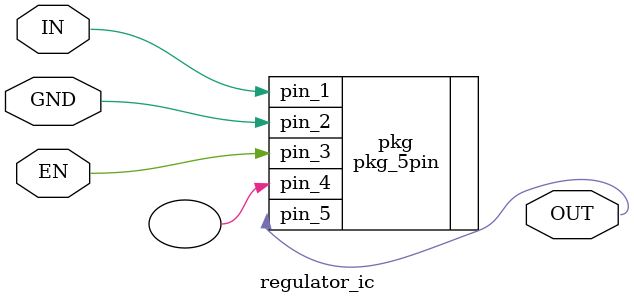
<source format=v>
module regulator_ic (IN, OUT, GND, EN);

input IN, GND, EN;
output OUT;

pkg_5pin pkg (  .pin_1(IN),
		.pin_2(GND),
		.pin_3(EN),
		.pin_4(),	/* no connect */
		.pin_5(OUT)
	);

endmodule

</source>
